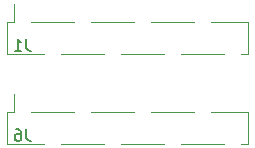
<source format=gbr>
G04 #@! TF.GenerationSoftware,KiCad,Pcbnew,5.0.2-bee76a0~70~ubuntu18.04.1*
G04 #@! TF.CreationDate,2019-03-08T21:19:01-05:00*
G04 #@! TF.ProjectId,2mm100mil-headers,326d6d31-3030-46d6-996c-2d6865616465,rev?*
G04 #@! TF.SameCoordinates,Original*
G04 #@! TF.FileFunction,Legend,Bot*
G04 #@! TF.FilePolarity,Positive*
%FSLAX46Y46*%
G04 Gerber Fmt 4.6, Leading zero omitted, Abs format (unit mm)*
G04 Created by KiCad (PCBNEW 5.0.2-bee76a0~70~ubuntu18.04.1) date Fri 08 Mar 2019 21:19:01 EST*
%MOMM*%
%LPD*%
G01*
G04 APERTURE LIST*
%ADD10C,0.120000*%
%ADD11C,0.150000*%
G04 APERTURE END LIST*
D10*
G04 #@! TO.C,J1*
X101540000Y-96460000D02*
X101540000Y-99120000D01*
X121980000Y-96460000D02*
X121980000Y-99120000D01*
X101540000Y-99120000D02*
X104650000Y-99120000D01*
X102110000Y-96460000D02*
X102110000Y-94940000D01*
X101540000Y-96460000D02*
X102110000Y-96460000D01*
X121410000Y-99120000D02*
X121980000Y-99120000D01*
X106170000Y-99120000D02*
X109730000Y-99120000D01*
X111250000Y-99120000D02*
X114810000Y-99120000D01*
X116330000Y-99120000D02*
X119890000Y-99120000D01*
X103630000Y-96460000D02*
X107190000Y-96460000D01*
X108710000Y-96460000D02*
X112270000Y-96460000D01*
X113790000Y-96460000D02*
X117350000Y-96460000D01*
X118870000Y-96460000D02*
X121980000Y-96460000D01*
G04 #@! TO.C,J6*
X101540000Y-104080000D02*
X101540000Y-106740000D01*
X121980000Y-104080000D02*
X121980000Y-106740000D01*
X101540000Y-106740000D02*
X104650000Y-106740000D01*
X102110000Y-104080000D02*
X102110000Y-102560000D01*
X101540000Y-104080000D02*
X102110000Y-104080000D01*
X121410000Y-106740000D02*
X121980000Y-106740000D01*
X106170000Y-106740000D02*
X109730000Y-106740000D01*
X111250000Y-106740000D02*
X114810000Y-106740000D01*
X116330000Y-106740000D02*
X119890000Y-106740000D01*
X103630000Y-104080000D02*
X107190000Y-104080000D01*
X108710000Y-104080000D02*
X112270000Y-104080000D01*
X113790000Y-104080000D02*
X117350000Y-104080000D01*
X118870000Y-104080000D02*
X121980000Y-104080000D01*
G04 #@! TO.C,J1*
D11*
X103203333Y-97877380D02*
X103203333Y-98591666D01*
X103250952Y-98734523D01*
X103346190Y-98829761D01*
X103489047Y-98877380D01*
X103584285Y-98877380D01*
X102203333Y-98877380D02*
X102774761Y-98877380D01*
X102489047Y-98877380D02*
X102489047Y-97877380D01*
X102584285Y-98020238D01*
X102679523Y-98115476D01*
X102774761Y-98163095D01*
G04 #@! TO.C,J6*
X103203333Y-105497380D02*
X103203333Y-106211666D01*
X103250952Y-106354523D01*
X103346190Y-106449761D01*
X103489047Y-106497380D01*
X103584285Y-106497380D01*
X102298571Y-105497380D02*
X102489047Y-105497380D01*
X102584285Y-105545000D01*
X102631904Y-105592619D01*
X102727142Y-105735476D01*
X102774761Y-105925952D01*
X102774761Y-106306904D01*
X102727142Y-106402142D01*
X102679523Y-106449761D01*
X102584285Y-106497380D01*
X102393809Y-106497380D01*
X102298571Y-106449761D01*
X102250952Y-106402142D01*
X102203333Y-106306904D01*
X102203333Y-106068809D01*
X102250952Y-105973571D01*
X102298571Y-105925952D01*
X102393809Y-105878333D01*
X102584285Y-105878333D01*
X102679523Y-105925952D01*
X102727142Y-105973571D01*
X102774761Y-106068809D01*
G04 #@! TD*
M02*

</source>
